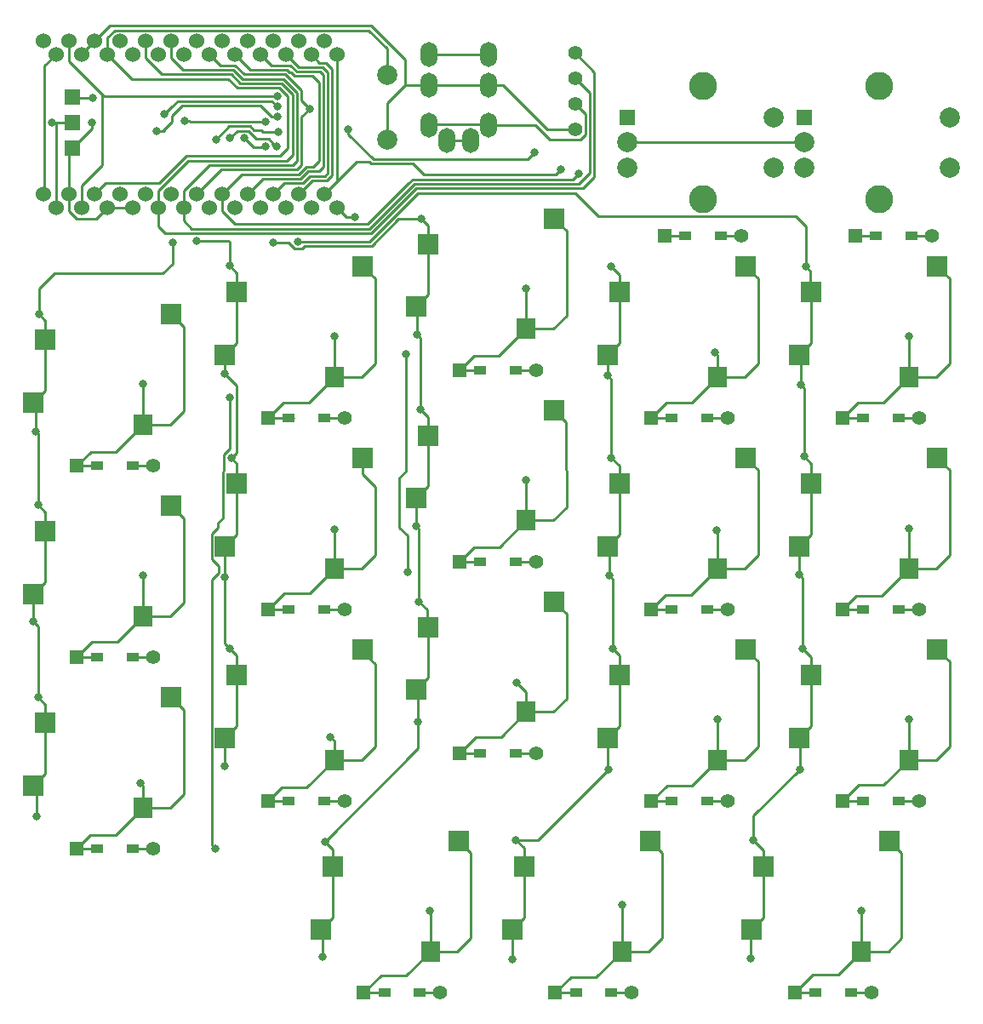
<source format=gbl>
G04 #@! TF.GenerationSoftware,KiCad,Pcbnew,(5.1.6-0-10_14)*
G04 #@! TF.CreationDate,2022-07-16T23:36:19+09:00*
G04 #@! TF.ProjectId,cool536,636f6f6c-3533-4362-9e6b-696361645f70,rev?*
G04 #@! TF.SameCoordinates,Original*
G04 #@! TF.FileFunction,Copper,L2,Bot*
G04 #@! TF.FilePolarity,Positive*
%FSLAX46Y46*%
G04 Gerber Fmt 4.6, Leading zero omitted, Abs format (unit mm)*
G04 Created by KiCad (PCBNEW (5.1.6-0-10_14)) date 2022-07-16 23:36:19*
%MOMM*%
%LPD*%
G01*
G04 APERTURE LIST*
G04 #@! TA.AperFunction,ComponentPad*
%ADD10R,1.500000X1.500000*%
G04 #@! TD*
G04 #@! TA.AperFunction,ComponentPad*
%ADD11C,2.000000*%
G04 #@! TD*
G04 #@! TA.AperFunction,ComponentPad*
%ADD12C,2.800000*%
G04 #@! TD*
G04 #@! TA.AperFunction,SMDPad,CuDef*
%ADD13R,1.300000X0.950000*%
G04 #@! TD*
G04 #@! TA.AperFunction,ComponentPad*
%ADD14C,1.397000*%
G04 #@! TD*
G04 #@! TA.AperFunction,ComponentPad*
%ADD15R,1.397000X1.397000*%
G04 #@! TD*
G04 #@! TA.AperFunction,SMDPad,CuDef*
%ADD16R,1.524000X1.524000*%
G04 #@! TD*
G04 #@! TA.AperFunction,ComponentPad*
%ADD17C,1.524000*%
G04 #@! TD*
G04 #@! TA.AperFunction,SMDPad,CuDef*
%ADD18R,2.000000X2.000000*%
G04 #@! TD*
G04 #@! TA.AperFunction,SMDPad,CuDef*
%ADD19R,1.900000X2.000000*%
G04 #@! TD*
G04 #@! TA.AperFunction,ComponentPad*
%ADD20O,1.700000X2.500000*%
G04 #@! TD*
G04 #@! TA.AperFunction,ViaPad*
%ADD21C,0.800000*%
G04 #@! TD*
G04 #@! TA.AperFunction,Conductor*
%ADD22C,0.250000*%
G04 #@! TD*
G04 APERTURE END LIST*
D10*
X68540000Y15140000D03*
D11*
X68540000Y12640000D03*
X68540000Y10140000D03*
D12*
X76040000Y18240000D03*
X76040000Y7040000D03*
D11*
X83040000Y15140000D03*
X83040000Y10140000D03*
D10*
X51010000Y15140000D03*
D11*
X51010000Y12640000D03*
X51010000Y10140000D03*
D12*
X58510000Y18240000D03*
X58510000Y7040000D03*
D11*
X65510000Y15140000D03*
X65510000Y10140000D03*
X27090000Y12890000D03*
X27090000Y19390000D03*
D13*
X58925000Y-33812500D03*
D14*
X60960000Y-33812500D03*
D15*
X53340000Y-33812500D03*
D13*
X55375000Y-33812500D03*
X77975000Y-33812500D03*
D14*
X80010000Y-33812500D03*
D15*
X72390000Y-33812500D03*
D13*
X74425000Y-33812500D03*
X49400000Y-71912500D03*
D14*
X51435000Y-71912500D03*
D15*
X43815000Y-71912500D03*
D13*
X45850000Y-71912500D03*
X73213000Y-71912500D03*
D14*
X75248000Y-71912500D03*
D15*
X67628000Y-71912500D03*
D13*
X69663000Y-71912500D03*
D14*
X62280000Y3350000D03*
D15*
X54660000Y3350000D03*
D13*
X56695000Y3350000D03*
X60245000Y3350000D03*
D14*
X81320000Y3370000D03*
D15*
X73700000Y3370000D03*
D13*
X75735000Y3370000D03*
X79285000Y3370000D03*
X1775000Y-57625000D03*
D14*
X3810000Y-57625000D03*
D15*
X-3810000Y-57625000D03*
D13*
X-1775000Y-57625000D03*
D16*
X-4250000Y12090000D03*
X-4250000Y14630000D03*
X-4250000Y17170000D03*
D13*
X39875000Y-10000000D03*
D14*
X41910000Y-10000000D03*
D15*
X34290000Y-10000000D03*
D13*
X36325000Y-10000000D03*
X58925000Y-14762499D03*
D14*
X60960000Y-14762499D03*
D15*
X53340000Y-14762499D03*
D13*
X55375000Y-14762499D03*
X1775000Y-38575000D03*
D14*
X3810000Y-38575000D03*
D15*
X-3810000Y-38575000D03*
D13*
X-1775000Y-38575000D03*
X77975000Y-14762499D03*
D14*
X80010000Y-14762499D03*
D15*
X72390000Y-14762499D03*
D13*
X74425000Y-14762499D03*
X39875000Y-29050000D03*
D14*
X41910000Y-29050000D03*
D15*
X34290000Y-29050000D03*
D13*
X36325000Y-29050000D03*
X20825000Y-33812500D03*
D14*
X22860000Y-33812500D03*
D15*
X15240000Y-33812500D03*
D13*
X17275000Y-33812500D03*
X20825000Y-52862500D03*
D14*
X22860000Y-52862500D03*
D15*
X15240000Y-52862500D03*
D13*
X17275000Y-52862500D03*
X39875000Y-48100000D03*
D14*
X41910000Y-48100000D03*
D15*
X34290000Y-48100000D03*
D13*
X36325000Y-48100000D03*
X58925000Y-52862500D03*
D14*
X60960000Y-52862500D03*
D15*
X53340000Y-52862500D03*
D13*
X55375000Y-52862500D03*
X77975000Y-52862500D03*
D14*
X80010000Y-52862500D03*
D15*
X72390000Y-52862500D03*
D13*
X74425000Y-52862500D03*
X30350000Y-71912500D03*
D14*
X32385000Y-71912500D03*
D15*
X24765000Y-71912500D03*
D13*
X26800000Y-71912500D03*
D14*
X45780000Y13950000D03*
X45780000Y16490000D03*
X45780000Y19030000D03*
X45780000Y21570000D03*
D17*
X-5858000Y21410000D03*
X-3318000Y21410000D03*
X-778000Y21410000D03*
X1762000Y21410000D03*
X4302000Y21410000D03*
X6842000Y21410000D03*
X9382000Y21410000D03*
X11922000Y21410000D03*
X14462000Y21410000D03*
X17002000Y21410000D03*
X19542000Y21410000D03*
X22082000Y21410000D03*
X22082000Y6170000D03*
X19542000Y6170000D03*
X17002000Y6170000D03*
X14462000Y6170000D03*
X11922000Y6170000D03*
X9382000Y6170000D03*
X6842000Y6170000D03*
X4302000Y6170000D03*
X1762000Y6170000D03*
X-778000Y6170000D03*
X-3318000Y6170000D03*
X-5858000Y6170000D03*
X-7128000Y22716400D03*
X-4588000Y22716400D03*
X-2048000Y22716400D03*
X492000Y22716400D03*
X3032000Y22716400D03*
X5572000Y22716400D03*
X8112000Y22716400D03*
X10652000Y22716400D03*
X13192000Y22716400D03*
X15732000Y22716400D03*
X18272000Y22716400D03*
X20812000Y22716400D03*
X20812000Y7496400D03*
X18272000Y7496400D03*
X15732000Y7496400D03*
X13192000Y7496400D03*
X10652000Y7496400D03*
X8112000Y7496400D03*
X5572000Y7496400D03*
X3032000Y7496400D03*
X492000Y7496400D03*
X-2048000Y7496400D03*
X-4588000Y7496400D03*
X-7128000Y7496400D03*
D13*
X1775000Y-19525000D03*
D14*
X3810000Y-19525000D03*
D15*
X-3810000Y-19525000D03*
D13*
X-1775000Y-19525000D03*
D18*
X77038000Y-56832500D03*
X64538000Y-59372500D03*
D19*
X74238000Y-67812500D03*
D18*
X63338000Y-65612500D03*
X10950000Y-8462499D03*
D19*
X21850000Y-10662499D03*
D18*
X12150000Y-2222499D03*
X24650000Y317501D03*
X30000000Y-3700000D03*
D19*
X40900000Y-5900000D03*
D18*
X31200000Y2540000D03*
X43700000Y5080000D03*
X49050000Y-8462499D03*
D19*
X59950000Y-10662499D03*
D18*
X50250000Y-2222499D03*
X62750000Y317501D03*
X-8100000Y-13225000D03*
D19*
X2800000Y-15425000D03*
D18*
X-6900000Y-6985000D03*
X5600000Y-4445000D03*
D20*
X32980000Y12860000D03*
X37180000Y14360000D03*
X37180000Y18360000D03*
X37180000Y21360000D03*
X31230000Y18360000D03*
X31230000Y21360000D03*
X35430000Y12860000D03*
X31230000Y14360000D03*
D18*
X39525000Y-65612500D03*
D19*
X50425000Y-67812500D03*
D18*
X40725000Y-59372500D03*
X53225000Y-56832500D03*
X20475000Y-65612500D03*
D19*
X31375000Y-67812500D03*
D18*
X21675000Y-59372500D03*
X34175000Y-56832500D03*
X81800000Y-37782500D03*
X69300000Y-40322500D03*
D19*
X79000000Y-48762500D03*
D18*
X68100000Y-46562500D03*
X81800000Y317501D03*
X69300000Y-2222499D03*
D19*
X79000000Y-10662499D03*
D18*
X68100000Y-8462499D03*
X10950000Y-46562500D03*
D19*
X21850000Y-48762500D03*
D18*
X12150000Y-40322500D03*
X24650000Y-37782500D03*
X43700000Y-33020000D03*
X31200000Y-35560000D03*
D19*
X40900000Y-44000000D03*
D18*
X30000000Y-41800000D03*
X62750000Y-37782500D03*
X50250000Y-40322500D03*
D19*
X59950000Y-48762500D03*
D18*
X49050000Y-46562500D03*
X81800000Y-18732500D03*
X69300000Y-21272500D03*
D19*
X79000000Y-29712500D03*
D18*
X68100000Y-27512500D03*
X5600000Y-42545000D03*
X-6900000Y-45085000D03*
D19*
X2800000Y-53525000D03*
D18*
X-8100000Y-51325000D03*
X62750000Y-18732500D03*
X50250000Y-21272500D03*
D19*
X59950000Y-29712500D03*
D18*
X49050000Y-27512500D03*
X43700000Y-13970000D03*
X31200000Y-16510000D03*
D19*
X40900000Y-24950000D03*
D18*
X30000000Y-22750000D03*
X-8100000Y-32275000D03*
D19*
X2800000Y-34475000D03*
D18*
X-6900000Y-26035000D03*
X5600000Y-23495000D03*
X24650000Y-18732500D03*
X12150000Y-21272500D03*
D19*
X21850000Y-29712500D03*
D18*
X10950000Y-27512500D03*
D13*
X20825000Y-14762499D03*
D14*
X22860000Y-14762499D03*
D15*
X15240000Y-14762499D03*
D13*
X17275000Y-14762499D03*
D21*
X2800001Y-11399999D03*
X21837498Y-6637498D03*
X40925001Y-1874999D03*
X59690000Y-8250000D03*
X79027498Y-6637498D03*
X2759999Y-30449999D03*
X21850000Y-25880000D03*
X40924999Y-20924999D03*
X59875000Y-25925000D03*
X79000000Y-25720000D03*
X2551999Y-51071999D03*
X21445749Y-46465749D03*
X39965000Y-41045000D03*
X59917499Y-44737499D03*
X78977499Y-44737499D03*
X31367499Y-63787499D03*
X50437501Y-63187501D03*
X74217499Y-63787499D03*
X23900000Y5235010D03*
X28950000Y-8430000D03*
X29093501Y-30073501D03*
X9975000Y-57625000D03*
X11420000Y-12690000D03*
X46117158Y9567158D03*
X-2210000Y17100000D03*
X16150102Y15234641D03*
X4150000Y13800000D03*
X-2290000Y14660000D03*
X16195552Y17233503D03*
X-6270000Y14630000D03*
X6940000Y14780000D03*
X41730000Y11675020D03*
X23220000Y13990000D03*
X14970000Y14750000D03*
X10040000Y12970000D03*
X16285858Y13715858D03*
X-7820000Y-54420000D03*
X-7550000Y-4440000D03*
X16147833Y16234640D03*
X-7650000Y-23380000D03*
X-8160000Y-34960000D03*
X5750000Y2710000D03*
X-7850000Y-16110000D03*
X-7610000Y-42560000D03*
X4920000Y15503010D03*
X11440000Y13075000D03*
X16080000Y12230000D03*
X12830000Y13075000D03*
X14970000Y12270000D03*
X10940000Y-10310000D03*
X8160000Y2884990D03*
X10960000Y-49410000D03*
X11570000Y-18770000D03*
X11400000Y390000D03*
X11430000Y-37660000D03*
X10960000Y-30590000D03*
X19360000Y15990000D03*
X30360000Y-13900000D03*
X30060000Y-6470000D03*
X20900000Y-56890000D03*
X30520000Y5030000D03*
X15730000Y2670000D03*
X30150000Y-44970000D03*
X30260000Y-33020000D03*
X30000000Y-25480000D03*
X20670000Y-68310000D03*
X68070000Y-30350000D03*
X18240000Y2810000D03*
X68550000Y-18590000D03*
X68200000Y-11440000D03*
X68410000Y-37680000D03*
X68712499Y317501D03*
X68120000Y-49680000D03*
X63280000Y-68510000D03*
X63520000Y-56710000D03*
X39500000Y-68590000D03*
X49040000Y-10560000D03*
X49350000Y350000D03*
X49090000Y-49750000D03*
X49402500Y-18732500D03*
X49160000Y-30430000D03*
X49550000Y-37700000D03*
X39920000Y-56740000D03*
X44355000Y9955000D03*
D22*
X2800000Y-15425000D02*
X2800001Y-14174999D01*
X2800001Y-14174999D02*
X2800001Y-11399999D01*
X-3810000Y-19525000D02*
X-1775000Y-19525000D01*
X115000Y-18110000D02*
X-2395000Y-18110000D01*
X-2395000Y-18110000D02*
X-3810000Y-19525000D01*
X2800000Y-15425000D02*
X115000Y-18110000D01*
X6825001Y-14101001D02*
X6825001Y-5670001D01*
X2800000Y-15425000D02*
X5501002Y-15425000D01*
X6825001Y-5670001D02*
X5600000Y-4445000D01*
X5501002Y-15425000D02*
X6825001Y-14101001D01*
X21850000Y-6650000D02*
X21837498Y-6637498D01*
X21850000Y-10662499D02*
X21850000Y-6650000D01*
X25875001Y-9338500D02*
X24551002Y-10662499D01*
X24551002Y-10662499D02*
X21850000Y-10662499D01*
X25875001Y-907500D02*
X25875001Y-9338500D01*
X24650000Y317501D02*
X25875001Y-907500D01*
X15240000Y-14762499D02*
X17787501Y-14762499D01*
X16802499Y-13200000D02*
X15240000Y-14762499D01*
X19312499Y-13200000D02*
X16802499Y-13200000D01*
X21850000Y-10662499D02*
X19312499Y-13200000D01*
X34290000Y-10000000D02*
X36325000Y-10000000D01*
X40900000Y-5900000D02*
X38210000Y-8590000D01*
X35700000Y-8590000D02*
X34290000Y-10000000D01*
X38210000Y-8590000D02*
X35700000Y-8590000D01*
X40900000Y-5900000D02*
X40900000Y-1900000D01*
X40900000Y-1900000D02*
X40925001Y-1874999D01*
X43601002Y-5900000D02*
X40900000Y-5900000D01*
X43700000Y5080000D02*
X44925001Y3854999D01*
X44925001Y-4576001D02*
X43601002Y-5900000D01*
X44925001Y3854999D02*
X44925001Y-4576001D01*
X59950000Y-10662499D02*
X59950000Y-8510000D01*
X59950000Y-8510000D02*
X59690000Y-8250000D01*
X62651002Y-10662499D02*
X59950000Y-10662499D01*
X63975001Y-9338500D02*
X62651002Y-10662499D01*
X62750000Y317501D02*
X63975001Y-907500D01*
X63975001Y-907500D02*
X63975001Y-9338500D01*
X59950000Y-10662499D02*
X57392499Y-13220000D01*
X57392499Y-13220000D02*
X54882499Y-13220000D01*
X53340000Y-14762499D02*
X55375000Y-14762499D01*
X54882499Y-13220000D02*
X53340000Y-14762499D01*
X76422499Y-13240000D02*
X73912499Y-13240000D01*
X79000000Y-10662499D02*
X76422499Y-13240000D01*
X73912499Y-13240000D02*
X72390000Y-14762499D01*
X83025001Y-9338500D02*
X81701002Y-10662499D01*
X72390000Y-14762499D02*
X74425000Y-14762499D01*
X83025001Y-907500D02*
X83025001Y-9338500D01*
X81701002Y-10662499D02*
X79000000Y-10662499D01*
X81800000Y317501D02*
X83025001Y-907500D01*
X79000000Y-10662499D02*
X79000000Y-6664996D01*
X79000000Y-6664996D02*
X79027498Y-6637498D01*
X2800000Y-34475000D02*
X225000Y-37050000D01*
X225000Y-37050000D02*
X-2285000Y-37050000D01*
X-2285000Y-37050000D02*
X-3810000Y-38575000D01*
X-3810000Y-38575000D02*
X-1775000Y-38575000D01*
X2800000Y-30490000D02*
X2759999Y-30449999D01*
X2800000Y-34475000D02*
X2800000Y-30490000D01*
X5600000Y-23495000D02*
X6825001Y-24720001D01*
X6825001Y-24720001D02*
X6825001Y-33151001D01*
X6825001Y-33151001D02*
X5501002Y-34475000D01*
X5501002Y-34475000D02*
X2800000Y-34475000D01*
X21850000Y-29712500D02*
X19352500Y-32210000D01*
X25875001Y-28388501D02*
X24551002Y-29712500D01*
X25875001Y-21586499D02*
X25875001Y-28388501D01*
X24650000Y-20361498D02*
X25875001Y-21586499D01*
X24551002Y-29712500D02*
X21850000Y-29712500D01*
X24650000Y-18732500D02*
X24650000Y-20361498D01*
X16842500Y-32210000D02*
X15240000Y-33812500D01*
X19352500Y-32210000D02*
X16842500Y-32210000D01*
X21850000Y-29712500D02*
X21850000Y-25880000D01*
X15240000Y-33812500D02*
X17275000Y-33812500D01*
X40900000Y-20949998D02*
X40924999Y-20924999D01*
X40900000Y-24950000D02*
X40900000Y-20949998D01*
X40900000Y-24950000D02*
X38230000Y-27620000D01*
X43601002Y-24950000D02*
X40900000Y-24950000D01*
X44925001Y-23626001D02*
X43601002Y-24950000D01*
X44875001Y-19934999D02*
X44925001Y-19984999D01*
X44925001Y-19984999D02*
X44925001Y-23626001D01*
X44875001Y-15145001D02*
X44875001Y-19934999D01*
X43700000Y-13970000D02*
X44875001Y-15145001D01*
X38230000Y-27620000D02*
X35720000Y-27620000D01*
X35720000Y-27620000D02*
X34290000Y-29050000D01*
X34290000Y-29050000D02*
X36325000Y-29050000D01*
X53340000Y-33812500D02*
X55375000Y-33812500D01*
X62651002Y-29712500D02*
X59950000Y-29712500D01*
X63975001Y-19957501D02*
X63975001Y-28388501D01*
X62750000Y-18732500D02*
X63975001Y-19957501D01*
X63975001Y-28388501D02*
X62651002Y-29712500D01*
X54782500Y-32370000D02*
X53340000Y-33812500D01*
X57292500Y-32370000D02*
X54782500Y-32370000D01*
X59950000Y-26000000D02*
X59875000Y-25925000D01*
X59950000Y-29712500D02*
X59950000Y-26000000D01*
X59950000Y-29712500D02*
X57292500Y-32370000D01*
X79000000Y-29712500D02*
X79000000Y-25720000D01*
X81701002Y-29712500D02*
X79000000Y-29712500D01*
X81800000Y-18732500D02*
X83025001Y-19957501D01*
X83025001Y-19957501D02*
X83025001Y-28388501D01*
X83025001Y-28388501D02*
X81701002Y-29712500D01*
X73782500Y-32420000D02*
X72390000Y-33812500D01*
X76292500Y-32420000D02*
X73782500Y-32420000D01*
X72390000Y-33812500D02*
X74425000Y-33812500D01*
X79000000Y-29712500D02*
X76292500Y-32420000D01*
X2800000Y-53525000D02*
X45000Y-56280000D01*
X-3810000Y-57625000D02*
X-1775000Y-57625000D01*
X2800000Y-53525000D02*
X2800000Y-51320000D01*
X2800000Y-51320000D02*
X2551999Y-51071999D01*
X-2465000Y-56280000D02*
X-3810000Y-57625000D01*
X45000Y-56280000D02*
X-2465000Y-56280000D01*
X5600000Y-42545000D02*
X6825001Y-43770001D01*
X6825001Y-43770001D02*
X6825001Y-52201001D01*
X5501002Y-53525000D02*
X2800000Y-53525000D01*
X6825001Y-52201001D02*
X5501002Y-53525000D01*
X21850000Y-46870000D02*
X21445749Y-46465749D01*
X21850000Y-48762500D02*
X21850000Y-46870000D01*
X15240000Y-52862500D02*
X17275000Y-52862500D01*
X24650000Y-37782500D02*
X24650000Y-38020000D01*
X25875001Y-47438501D02*
X24551002Y-48762500D01*
X25875001Y-39245001D02*
X25875001Y-47438501D01*
X24650000Y-38020000D02*
X25875001Y-39245001D01*
X24551002Y-48762500D02*
X21850000Y-48762500D01*
X21850000Y-48762500D02*
X19092500Y-51520000D01*
X19092500Y-51520000D02*
X16582500Y-51520000D01*
X16582500Y-51520000D02*
X15240000Y-52862500D01*
X40900000Y-44000000D02*
X38410000Y-46490000D01*
X35900000Y-46490000D02*
X34290000Y-48100000D01*
X44925001Y-34245001D02*
X44925001Y-42676001D01*
X43700000Y-33020000D02*
X44925001Y-34245001D01*
X43601002Y-44000000D02*
X40900000Y-44000000D01*
X44925001Y-42676001D02*
X43601002Y-44000000D01*
X38410000Y-46490000D02*
X35900000Y-46490000D01*
X34290000Y-48100000D02*
X36325000Y-48100000D01*
X40900000Y-44000000D02*
X40900000Y-41980000D01*
X40900000Y-41980000D02*
X39965000Y-41045000D01*
X57422500Y-51290000D02*
X54912500Y-51290000D01*
X54912500Y-51290000D02*
X53340000Y-52862500D01*
X63975001Y-39007501D02*
X63975001Y-47438501D01*
X63975001Y-47438501D02*
X62651002Y-48762500D01*
X62750000Y-37782500D02*
X63975001Y-39007501D01*
X62651002Y-48762500D02*
X59950000Y-48762500D01*
X59950000Y-48762500D02*
X57422500Y-51290000D01*
X53340000Y-52862500D02*
X55375000Y-52862500D01*
X59950000Y-44770000D02*
X59917499Y-44737499D01*
X59950000Y-48762500D02*
X59950000Y-44770000D01*
X81701002Y-48762500D02*
X79000000Y-48762500D01*
X81800000Y-37782500D02*
X83025001Y-39007501D01*
X76492500Y-51270000D02*
X73982500Y-51270000D01*
X83025001Y-47438501D02*
X81701002Y-48762500D01*
X83025001Y-39007501D02*
X83025001Y-47438501D01*
X73982500Y-51270000D02*
X72390000Y-52862500D01*
X72390000Y-52862500D02*
X74425000Y-52862500D01*
X79000000Y-48762500D02*
X76492500Y-51270000D01*
X79000000Y-44760000D02*
X78977499Y-44737499D01*
X79000000Y-48762500D02*
X79000000Y-44760000D01*
X24765000Y-71912500D02*
X26800000Y-71912500D01*
X35400001Y-58057501D02*
X35400001Y-66488501D01*
X35400001Y-66488501D02*
X34076002Y-67812500D01*
X34076002Y-67812500D02*
X31375000Y-67812500D01*
X34175000Y-56832500D02*
X35400001Y-58057501D01*
X28997500Y-70190000D02*
X26487500Y-70190000D01*
X31375000Y-67812500D02*
X28997500Y-70190000D01*
X26487500Y-70190000D02*
X24765000Y-71912500D01*
X31375000Y-63795000D02*
X31367499Y-63787499D01*
X31375000Y-67812500D02*
X31375000Y-63795000D01*
X53225000Y-56832500D02*
X54450001Y-58057501D01*
X54450001Y-66488501D02*
X53126002Y-67812500D01*
X54450001Y-58057501D02*
X54450001Y-66488501D01*
X53126002Y-67812500D02*
X50425000Y-67812500D01*
X47867500Y-70370000D02*
X45357500Y-70370000D01*
X50425000Y-67812500D02*
X47867500Y-70370000D01*
X45357500Y-70370000D02*
X43815000Y-71912500D01*
X50425000Y-67812500D02*
X50425000Y-63200002D01*
X50425000Y-63200002D02*
X50437501Y-63187501D01*
X43815000Y-71912500D02*
X45850000Y-71912500D01*
X74238000Y-67812500D02*
X71960500Y-70090000D01*
X67628000Y-71912500D02*
X69663000Y-71912500D01*
X69450500Y-70090000D02*
X67628000Y-71912500D01*
X71960500Y-70090000D02*
X69450500Y-70090000D01*
X74238000Y-67812500D02*
X74238000Y-63808000D01*
X74238000Y-63808000D02*
X74217499Y-63787499D01*
X76939002Y-67812500D02*
X74238000Y-67812500D01*
X77038000Y-56832500D02*
X78263001Y-58057501D01*
X78263001Y-66488501D02*
X76939002Y-67812500D01*
X78263001Y-58057501D02*
X78263001Y-66488501D01*
X56695000Y3350000D02*
X54660000Y3350000D01*
X75735000Y3370000D02*
X73700000Y3370000D01*
X25266599Y23803401D02*
X27090000Y21980000D01*
X27090000Y21980000D02*
X27090000Y19390000D01*
X-778000Y21410000D02*
X-778000Y23055162D01*
X-778000Y23055162D02*
X-29761Y23803401D01*
X-29761Y23803401D02*
X25266599Y23803401D01*
X16443461Y11283461D02*
X17211920Y12051920D01*
X1659030Y18972970D02*
X-778000Y21410000D01*
X16381409Y18072951D02*
X12197049Y18072951D01*
X12197049Y18072951D02*
X11297031Y18972969D01*
X7113889Y11283461D02*
X16443461Y11283461D01*
X17211920Y12051920D02*
X17211920Y17242440D01*
X-960999Y8583401D02*
X4413829Y8583401D01*
X-2048000Y7496400D02*
X-960999Y8583401D01*
X4413829Y8583401D02*
X7113889Y11283461D01*
X17211920Y17242440D02*
X16381409Y18072951D01*
X11297031Y18972969D02*
X1659030Y18972970D01*
X22992000Y5260000D02*
X23875010Y5260000D01*
X23875010Y5260000D02*
X23900000Y5235010D01*
X39875000Y-10000000D02*
X41910000Y-10000000D01*
X58925000Y-14762499D02*
X60960000Y-14762499D01*
X77975000Y-14762499D02*
X80010000Y-14762499D01*
X20825000Y-14762499D02*
X22860000Y-14762499D01*
X22082000Y6170000D02*
X22992000Y5260000D01*
X1775000Y-19525000D02*
X3810000Y-19525000D01*
X1775000Y-38575000D02*
X3810000Y-38575000D01*
X28310000Y-20720000D02*
X28310000Y-25680000D01*
X28950000Y-20080000D02*
X28310000Y-20720000D01*
X20825000Y-33812500D02*
X22860000Y-33812500D01*
X77975000Y-33812500D02*
X80010000Y-33812500D01*
X29093501Y-26463501D02*
X29093501Y-30073501D01*
X28310000Y-25680000D02*
X29093501Y-26463501D01*
X28950000Y-8430000D02*
X28950000Y-20080000D01*
X39875000Y-29050000D02*
X41910000Y-29050000D01*
X58925000Y-33812500D02*
X60960000Y-33812500D01*
X11420000Y-12690000D02*
X11420000Y-17840000D01*
X10740000Y-20097498D02*
X10790000Y-20147498D01*
X20825000Y-52862500D02*
X22860000Y-52862500D01*
X77975000Y-52862500D02*
X80010000Y-52862500D01*
X9624999Y-30851999D02*
X9624999Y-57274999D01*
X9624999Y-57274999D02*
X9975000Y-57625000D01*
X11420000Y-17840000D02*
X10844999Y-18415001D01*
X9624999Y-26252499D02*
X9624999Y-28772501D01*
X9624999Y-28772501D02*
X10310000Y-29457502D01*
X10310000Y-29457502D02*
X10310000Y-30166998D01*
X10844999Y-19992499D02*
X10740000Y-20097498D01*
X10310000Y-30166998D02*
X9624999Y-30851999D01*
X10844999Y-18415001D02*
X10844999Y-19992499D01*
X1775000Y-57625000D02*
X3810000Y-57625000D01*
X39875000Y-48100000D02*
X41910000Y-48100000D01*
X10790000Y-20147498D02*
X10790000Y-24650000D01*
X10223749Y-25653749D02*
X10223749Y-25216251D01*
X10223749Y-25653749D02*
X9624999Y-26252499D01*
X10223749Y-25216251D02*
X10790000Y-24650000D01*
X58925000Y-52862500D02*
X60960000Y-52862500D01*
X20280010Y9760010D02*
X20731970Y10211970D01*
X15549001Y20322999D02*
X14462000Y21410000D01*
X13192000Y7496400D02*
X14729011Y9033411D01*
X17452591Y20322999D02*
X15549001Y20322999D01*
X14729011Y9033411D02*
X18497001Y9033411D01*
X18085598Y19689992D02*
X17452591Y20322999D01*
X20440009Y19689991D02*
X18085598Y19689992D01*
X19223600Y9760010D02*
X20280010Y9760010D01*
X20731970Y19398030D02*
X20440009Y19689991D01*
X18497001Y9033411D02*
X19223600Y9760010D01*
X20731970Y10211970D02*
X20731970Y19398030D01*
X11973228Y4510010D02*
X24929990Y4510010D01*
X10652000Y5831238D02*
X11973228Y4510010D01*
X10652000Y7496400D02*
X10652000Y5831238D01*
X62280000Y3350000D02*
X60245000Y3350000D01*
X81320000Y3370000D02*
X79285000Y3370000D01*
X73213000Y-71912500D02*
X75248000Y-71912500D01*
X30350000Y-71912500D02*
X32385000Y-71912500D01*
X10652000Y7496400D02*
X12639021Y9483421D01*
X12639021Y9483421D02*
X18310601Y9483421D01*
X17380000Y19620000D02*
X17127011Y19872989D01*
X19710020Y10210020D02*
X20281960Y10781960D01*
X17519180Y19620000D02*
X17380000Y19620000D01*
X20281960Y10781960D02*
X20281960Y18588040D01*
X19630018Y19239982D02*
X17899197Y19239983D01*
X17899197Y19239983D02*
X17519180Y19620000D01*
X18310601Y9483421D02*
X19037200Y10210020D01*
X20281960Y18588040D02*
X19630018Y19239982D01*
X17127011Y19872989D02*
X13459011Y19872989D01*
X13459011Y19872989D02*
X11922000Y21410000D01*
X19037200Y10210020D02*
X19710020Y10210020D01*
X24929990Y4510010D02*
X25143600Y4510010D01*
X45528620Y8978620D02*
X46117158Y9567158D01*
X29612210Y8978620D02*
X45528620Y8978620D01*
X49400000Y-71912500D02*
X51435000Y-71912500D01*
X25143600Y4510010D02*
X29246795Y8613205D01*
X29246795Y8613205D02*
X29612210Y8978620D01*
X32980000Y12860000D02*
X35430000Y12860000D01*
X43223501Y12926499D02*
X41790000Y14360000D01*
X41790000Y14360000D02*
X37180000Y14360000D01*
X-4180000Y17100000D02*
X-4250000Y17170000D01*
X-2210000Y17100000D02*
X-4180000Y17100000D01*
X46803501Y13458719D02*
X46271281Y12926499D01*
X46271281Y12926499D02*
X43223501Y12926499D01*
X45780000Y16490000D02*
X46803501Y15466499D01*
X46803501Y15466499D02*
X46803501Y13458719D01*
X31305010Y14435010D02*
X31230000Y14360000D01*
X37180000Y14360000D02*
X37104990Y14435010D01*
X37104990Y14435010D02*
X31305010Y14435010D01*
X5645001Y15275001D02*
X5645001Y14729316D01*
X6703483Y16333483D02*
X5645001Y15275001D01*
X5645001Y14729316D02*
X4715685Y13800000D01*
X4715685Y13800000D02*
X4150000Y13800000D01*
X4150000Y13800000D02*
X4900000Y13800000D01*
X15584417Y15234641D02*
X14485575Y16333483D01*
X16150102Y15234641D02*
X15584417Y15234641D01*
X14485575Y16333483D02*
X6703483Y16333483D01*
X-4588000Y11752000D02*
X-4250000Y12090000D01*
X31230000Y18360000D02*
X37180000Y18360000D01*
X-2290000Y14050000D02*
X-2290000Y14660000D01*
X-4250000Y12090000D02*
X-2290000Y14050000D01*
X-4588000Y5831238D02*
X-3839761Y5082999D01*
X-4588000Y7496400D02*
X-4588000Y5831238D01*
X-1865001Y5082999D02*
X-778000Y6170000D01*
X-3839761Y5082999D02*
X-1865001Y5082999D01*
X38570000Y18360000D02*
X42980000Y13950000D01*
X37180000Y18360000D02*
X38570000Y18360000D01*
X68540000Y12640000D02*
X51010000Y12640000D01*
X42980000Y13950000D02*
X45780000Y13950000D01*
X-4588000Y8858000D02*
X-4588000Y11752000D01*
X-4588000Y7496400D02*
X-4588000Y8858000D01*
X28840000Y20866410D02*
X28840000Y18360000D01*
X-510990Y24253410D02*
X25453000Y24253410D01*
X25453000Y24253410D02*
X28840000Y20866410D01*
X-2048000Y22716400D02*
X-510990Y24253410D01*
X-3318000Y21410000D02*
X-3318000Y21446400D01*
X-3318000Y21446400D02*
X-2048000Y22716400D01*
X27090000Y12890000D02*
X27090000Y16610000D01*
X-778000Y6170000D02*
X1762000Y6170000D01*
X27090000Y16610000D02*
X28840000Y18360000D01*
X28840000Y18360000D02*
X31230000Y18360000D01*
X31230000Y21360000D02*
X37180000Y21360000D01*
X-1228010Y17378010D02*
X-1370000Y17520000D01*
X-1370000Y17520000D02*
X-4588000Y20738000D01*
X16195552Y17233503D02*
X-1083503Y17233503D01*
X-1083503Y17233503D02*
X-1370000Y17520000D01*
X-3318000Y8332000D02*
X-1228010Y10421990D01*
X-3318000Y6170000D02*
X-3318000Y8332000D01*
X-4588000Y20738000D02*
X-4588000Y22716400D01*
X-1228010Y16228010D02*
X-1228010Y17378010D01*
X-1228010Y10421990D02*
X-1228010Y16228010D01*
X-5730000Y14630000D02*
X-4250000Y14630000D01*
X-5858000Y14502000D02*
X-5730000Y14630000D01*
X-6270000Y14630000D02*
X-5730000Y14630000D01*
X-5858000Y6170000D02*
X-5858000Y12888000D01*
X-5858000Y12888000D02*
X-5858000Y13022000D01*
X-5858000Y12888000D02*
X-5858000Y14502000D01*
X47253511Y17556489D02*
X45780000Y19030000D01*
X25330000Y4060000D02*
X29798610Y8528610D01*
X6842000Y6170000D02*
X6842000Y4868000D01*
X47253511Y9623511D02*
X47253511Y17556489D01*
X29798610Y8528610D02*
X46158610Y8528610D01*
X7650000Y4060000D02*
X25330000Y4060000D01*
X6842000Y4868000D02*
X7650000Y4060000D01*
X46158610Y8528610D02*
X47253511Y9623511D01*
X6371619Y20271619D02*
X5754999Y20888239D01*
X6842000Y7835162D02*
X6842000Y6170000D01*
X6371619Y20271619D02*
X6770249Y19872989D01*
X12660620Y18972970D02*
X16754211Y18972969D01*
X16754211Y18972969D02*
X18111940Y17615240D01*
X9390279Y10383441D02*
X6842000Y7835162D01*
X5572000Y22716400D02*
X5572000Y21071238D01*
X6770249Y19872989D02*
X11760601Y19872989D01*
X18111940Y17615240D02*
X18111940Y10811940D01*
X11760601Y19872989D02*
X12660620Y18972970D01*
X17683441Y10383441D02*
X9390279Y10383441D01*
X18111940Y10811940D02*
X17683441Y10383441D01*
X5572000Y21071238D02*
X6371619Y20271619D01*
X11574201Y19422979D02*
X4680259Y19422979D01*
X12474219Y18522961D02*
X11574201Y19422979D01*
X4302000Y7835162D02*
X7300289Y10833451D01*
X17103451Y10833451D02*
X17661930Y11391930D01*
X3032000Y21071238D02*
X3032000Y22716400D01*
X4680259Y19422979D02*
X3032000Y21071238D01*
X25516400Y3609990D02*
X29985010Y8078600D01*
X4302000Y4308000D02*
X5000010Y3609990D01*
X5000010Y3609990D02*
X25516400Y3609990D01*
X4302000Y6170000D02*
X4302000Y4308000D01*
X46588600Y8078600D02*
X47703520Y9193520D01*
X47703520Y9193520D02*
X47703521Y19646479D01*
X29985010Y8078600D02*
X46588600Y8078600D01*
X47703521Y19646479D02*
X45780000Y21570000D01*
X7300289Y10833451D02*
X17103451Y10833451D01*
X16567810Y18522960D02*
X12474219Y18522961D01*
X4302000Y6170000D02*
X4302000Y7835162D01*
X17661930Y17428840D02*
X16567810Y18522960D01*
X17661930Y11391930D02*
X17661930Y17428840D01*
X6940000Y14780000D02*
X7440000Y14780000D01*
X7440000Y14780000D02*
X7470000Y14750000D01*
X41730000Y11675020D02*
X41054980Y11000000D01*
X14970000Y14750000D02*
X7470000Y14750000D01*
X25700000Y11000000D02*
X23220000Y13480000D01*
X23220000Y13480000D02*
X23220000Y13990000D01*
X41054980Y11000000D02*
X25700000Y11000000D01*
X14581716Y13890000D02*
X13836412Y13890000D01*
X14755858Y13715858D02*
X14581716Y13890000D01*
X13836412Y13890000D02*
X13476402Y14250010D01*
X16285858Y13715858D02*
X14755858Y13715858D01*
X13476402Y14250010D02*
X11320010Y14250010D01*
X11320010Y14250010D02*
X10040000Y12970000D01*
X-7850000Y-13475000D02*
X-8100000Y-13225000D01*
X-6040000Y-390000D02*
X4780000Y-390000D01*
X-7550000Y-4440000D02*
X-7550000Y-1900000D01*
X-7850000Y-16110000D02*
X-7850000Y-13475000D01*
X-6900000Y-43270000D02*
X-6900000Y-45085000D01*
X-7550000Y-4440000D02*
X-6900000Y-5090000D01*
X-7610000Y-42560000D02*
X-6900000Y-43270000D01*
X-6900000Y-5090000D02*
X-6900000Y-6985000D01*
X-6900000Y-45085000D02*
X-6900000Y-50125000D01*
X-6900000Y-50125000D02*
X-8100000Y-51325000D01*
X-6900000Y-12025000D02*
X-8100000Y-13225000D01*
X-6900000Y-6985000D02*
X-6900000Y-12025000D01*
X-6900000Y-31075000D02*
X-8100000Y-32275000D01*
X-6900000Y-26035000D02*
X-6900000Y-31075000D01*
X-6900000Y-26035000D02*
X-6900000Y-24130000D01*
X-6900000Y-24130000D02*
X-7650000Y-23380000D01*
X-8100000Y-34900000D02*
X-8160000Y-34960000D01*
X-8100000Y-32275000D02*
X-8100000Y-34900000D01*
X-7820000Y-54420000D02*
X-7820000Y-51605000D01*
X-7820000Y-51605000D02*
X-8100000Y-51325000D01*
X4780000Y-390000D02*
X5750000Y580000D01*
X5750000Y580000D02*
X5750000Y2710000D01*
X-7650000Y-23380000D02*
X-7650000Y-16310000D01*
X-7650000Y-16310000D02*
X-7850000Y-16110000D01*
X15598980Y16783493D02*
X6266507Y16783493D01*
X5643495Y16226505D02*
X5709519Y16226505D01*
X5709519Y16226505D02*
X6266507Y16783493D01*
X5643495Y16226505D02*
X4920000Y15503010D01*
X-7610000Y-35510000D02*
X-8160000Y-34960000D01*
X-7610000Y-42560000D02*
X-7610000Y-35510000D01*
X16147833Y16234640D02*
X15598980Y16783493D01*
X-7550000Y-1900000D02*
X-6040000Y-390000D01*
X13290001Y13800001D02*
X12165001Y13800001D01*
X14095001Y12995001D02*
X13290001Y13800001D01*
X12165001Y13800001D02*
X11440000Y13075000D01*
X15695001Y12444999D02*
X15695001Y12618001D01*
X15318001Y12995001D02*
X14095001Y12995001D01*
X16080000Y12230000D02*
X15910000Y12230000D01*
X15910000Y12230000D02*
X15695001Y12444999D01*
X15695001Y12618001D02*
X15318001Y12995001D01*
X13765000Y12140000D02*
X14840000Y12140000D01*
X12830000Y13075000D02*
X13765000Y12140000D01*
X14840000Y12140000D02*
X14970000Y12270000D01*
X12150000Y-26312500D02*
X10950000Y-27512500D01*
X10950000Y-10300000D02*
X10940000Y-10310000D01*
X12150000Y-21272500D02*
X12150000Y-26312500D01*
X10950000Y-8462499D02*
X10950000Y-10300000D01*
X11400000Y2760000D02*
X11275010Y2884990D01*
X11275010Y2884990D02*
X8160000Y2884990D01*
X10950000Y-46562500D02*
X10950000Y-49400000D01*
X10950000Y-49400000D02*
X10960000Y-49410000D01*
X10960000Y-27522500D02*
X10950000Y-27512500D01*
X10960000Y-30590000D02*
X10960000Y-27522500D01*
X12150000Y-2222499D02*
X12150000Y-7262499D01*
X12150000Y-7262499D02*
X10950000Y-8462499D01*
X11400000Y390000D02*
X11400000Y2760000D01*
X12150000Y-19350000D02*
X12150000Y-21272500D01*
X11570000Y-18770000D02*
X12150000Y-19350000D01*
X19360000Y15990000D02*
X18561950Y15191950D01*
X18561950Y15191950D02*
X18561950Y15058050D01*
X18561950Y16788050D02*
X18561950Y17031950D01*
X18561950Y10371180D02*
X18561950Y15058050D01*
X18561950Y17031950D02*
X18561950Y17801640D01*
X19360000Y15990000D02*
X18561950Y16788050D01*
X12150000Y-2222499D02*
X12150000Y-360000D01*
X12150000Y-360000D02*
X11400000Y390000D01*
X12150000Y-38380000D02*
X11430000Y-37660000D01*
X12150000Y-40322500D02*
X12150000Y-38380000D01*
X12150000Y-40322500D02*
X12150000Y-45362500D01*
X12150000Y-45362500D02*
X10950000Y-46562500D01*
X18561950Y17801640D02*
X16940611Y19422979D01*
X11947001Y20322999D02*
X10469001Y20322999D01*
X8112000Y7496400D02*
X10549031Y9933431D01*
X16940611Y19422979D02*
X12847021Y19422979D01*
X10469001Y20322999D02*
X9382000Y21410000D01*
X12847021Y19422979D02*
X11947001Y20322999D01*
X10549031Y9933431D02*
X18124201Y9933431D01*
X18124201Y9933431D02*
X18561950Y10371180D01*
X10940000Y-10310000D02*
X12145001Y-11515001D01*
X12145001Y-11515001D02*
X12145001Y-18194999D01*
X12145001Y-18194999D02*
X11570000Y-18770000D01*
X10960000Y-30590000D02*
X10960000Y-37190000D01*
X10960000Y-37190000D02*
X11430000Y-37660000D01*
X-5858000Y21410000D02*
X-6995001Y20272999D01*
X-6995001Y7629399D02*
X-7128000Y7496400D01*
X-6995001Y20272999D02*
X-6995001Y7629399D01*
X30060000Y-3760000D02*
X30000000Y-3700000D01*
X30060000Y-6470000D02*
X30060000Y-3760000D01*
X31200000Y-21550000D02*
X30000000Y-22750000D01*
X31200000Y-16510000D02*
X31200000Y-21550000D01*
X21675000Y-59372500D02*
X21675000Y-64412500D01*
X21675000Y-57665000D02*
X20900000Y-56890000D01*
X21675000Y-64412500D02*
X20475000Y-65612500D01*
X17891999Y2084999D02*
X17310000Y2666998D01*
X18862992Y2359990D02*
X18588001Y2084999D01*
X20670000Y-68310000D02*
X20670000Y-65807500D01*
X20670000Y-65807500D02*
X20475000Y-65612500D01*
X31200000Y2540000D02*
X31200000Y-2500000D01*
X30420000Y-13900000D02*
X30360000Y-13900000D01*
X25539220Y2359990D02*
X18862992Y2359990D01*
X31200000Y-2500000D02*
X30000000Y-3700000D01*
X18588001Y2084999D02*
X17891999Y2084999D01*
X17310000Y2666998D02*
X15733002Y2666998D01*
X15733002Y2666998D02*
X15730000Y2670000D01*
X28209230Y5030000D02*
X25539220Y2359990D01*
X30520000Y5030000D02*
X28209230Y5030000D01*
X31200000Y4350000D02*
X31200000Y2540000D01*
X30520000Y5030000D02*
X31200000Y4350000D01*
X31200000Y-40600000D02*
X30000000Y-41800000D01*
X31200000Y-35560000D02*
X31200000Y-40600000D01*
X30260000Y-33020000D02*
X31060000Y-33820000D01*
X31200000Y-14680000D02*
X30420000Y-13900000D01*
X31060000Y-35420000D02*
X31200000Y-35560000D01*
X31200000Y-16510000D02*
X31200000Y-14680000D01*
X30150000Y-41950000D02*
X30000000Y-41800000D01*
X30150000Y-44970000D02*
X30150000Y-41950000D01*
X30000000Y-22750000D02*
X30000000Y-25480000D01*
X30360000Y-13900000D02*
X30360000Y-6770000D01*
X30360000Y-6770000D02*
X30060000Y-6470000D01*
X30260000Y-25740000D02*
X30000000Y-25480000D01*
X30260000Y-33020000D02*
X30260000Y-25740000D01*
X30150000Y-47640000D02*
X30150000Y-44970000D01*
X20900000Y-56890000D02*
X30150000Y-47640000D01*
X31060000Y-33820000D02*
X31060000Y-35420000D01*
X21675000Y-59372500D02*
X21675000Y-57665000D01*
X19410000Y9310000D02*
X18683401Y8583401D01*
X16819001Y8583401D02*
X15732000Y7496400D01*
X21181980Y19598020D02*
X21181980Y9598390D01*
X18683401Y8583401D02*
X16819001Y8583401D01*
X20893590Y9310000D02*
X19410000Y9310000D01*
X18271999Y20140001D02*
X20639999Y20140001D01*
X17002000Y21410000D02*
X18271999Y20140001D01*
X20639999Y20140001D02*
X21181980Y19598020D01*
X21181980Y9598390D02*
X20893590Y9310000D01*
X68712499Y317501D02*
X69190000Y-160000D01*
X69300000Y-21272500D02*
X69300000Y-25710000D01*
X68100000Y-30320000D02*
X68070000Y-30350000D01*
X68100000Y-27512500D02*
X68100000Y-30320000D01*
X68590000Y-18590000D02*
X68550000Y-18590000D01*
X69300000Y-19300000D02*
X68590000Y-18590000D01*
X19605600Y8830000D02*
X21050000Y8830000D01*
X21019990Y20590010D02*
X20361990Y20590010D01*
X21631990Y19978010D02*
X21019990Y20590010D01*
X68200000Y-11440000D02*
X68200000Y-8562499D01*
X20361990Y20590010D02*
X19542000Y21410000D01*
X18272000Y7496400D02*
X19605600Y8830000D01*
X21631990Y9411990D02*
X21631990Y19978010D01*
X68200000Y-8562499D02*
X68100000Y-8462499D01*
X21050000Y8830000D02*
X21631990Y9411990D01*
X69300000Y-40322500D02*
X69300000Y-45362500D01*
X69300000Y-45362500D02*
X68100000Y-46562500D01*
X64538000Y-64412500D02*
X63338000Y-65612500D01*
X69190000Y-160000D02*
X69190000Y-2112499D01*
X69190000Y-2112499D02*
X69300000Y-2222499D01*
X64538000Y-59372500D02*
X64538000Y-64412500D01*
X63280000Y-68510000D02*
X63280000Y-65670500D01*
X63280000Y-65670500D02*
X63338000Y-65612500D01*
X69300000Y-25710000D02*
X69280000Y-25730000D01*
X69280000Y-26332500D02*
X68100000Y-27512500D01*
X69280000Y-25730000D02*
X69280000Y-26332500D01*
X68410000Y-37680000D02*
X69300000Y-38570000D01*
X69300000Y-38570000D02*
X69300000Y-40322500D01*
X64538000Y-59372500D02*
X64538000Y-57728000D01*
X64538000Y-57728000D02*
X63520000Y-56710000D01*
X69300000Y-21272500D02*
X69300000Y-19300000D01*
X68120000Y-49680000D02*
X68120000Y-46582500D01*
X68120000Y-46582500D02*
X68100000Y-46562500D01*
X63520000Y-54280000D02*
X68120000Y-49680000D01*
X63520000Y-56710000D02*
X63520000Y-54280000D01*
X69300000Y-7262499D02*
X68100000Y-8462499D01*
X69300000Y-2222499D02*
X69300000Y-7262499D01*
X68550000Y-18590000D02*
X68550000Y-11790000D01*
X48115001Y5314999D02*
X67695001Y5314999D01*
X68712499Y4297501D02*
X68712499Y317501D01*
X25352820Y2810000D02*
X30171410Y7628590D01*
X18240000Y2810000D02*
X25352820Y2810000D01*
X68550000Y-11790000D02*
X68200000Y-11440000D01*
X45801410Y7628590D02*
X48115001Y5314999D01*
X30171410Y7628590D02*
X45801410Y7628590D01*
X67695001Y5314999D02*
X68712499Y4297501D01*
X68410000Y-30690000D02*
X68070000Y-30350000D01*
X68410000Y-37680000D02*
X68410000Y-30690000D01*
X39525000Y-68565000D02*
X39500000Y-68590000D01*
X39920000Y-56740000D02*
X42100000Y-56740000D01*
X42100000Y-56740000D02*
X49090000Y-49750000D01*
X39525000Y-65612500D02*
X39525000Y-68565000D01*
X40725000Y-59372500D02*
X40725000Y-64412500D01*
X40725000Y-64412500D02*
X39525000Y-65612500D01*
X49050000Y-10550000D02*
X49040000Y-10560000D01*
X49050000Y-8462499D02*
X49050000Y-10550000D01*
X50250000Y-21272500D02*
X50250000Y-26312500D01*
X50250000Y-26312500D02*
X49050000Y-27512500D01*
X50250000Y-550000D02*
X49350000Y350000D01*
X50250000Y-2222499D02*
X50250000Y-550000D01*
X49050000Y-49710000D02*
X49090000Y-49750000D01*
X49402500Y-18732500D02*
X50170000Y-19500000D01*
X49050000Y-46562500D02*
X49050000Y-49710000D01*
X50170000Y-21192500D02*
X50250000Y-21272500D01*
X50250000Y-40322500D02*
X50250000Y-45362500D01*
X50250000Y-45362500D02*
X49050000Y-46562500D01*
X50170000Y-19500000D02*
X50170000Y-21192500D01*
X22082000Y8766400D02*
X20812000Y7496400D01*
X22082000Y21410000D02*
X22082000Y8766400D01*
X29660010Y10549990D02*
X30770000Y9440000D01*
X25513600Y10549990D02*
X29660010Y10549990D01*
X30770000Y9440000D02*
X37180000Y9440000D01*
X50250000Y-2222499D02*
X50250000Y-7262499D01*
X49160000Y-30430000D02*
X49160000Y-27622500D01*
X50250000Y-7262499D02*
X49050000Y-8462499D01*
X49160000Y-27622500D02*
X49050000Y-27512500D01*
X39920000Y-56740000D02*
X40725000Y-57545000D01*
X40725000Y-57545000D02*
X40725000Y-59372500D01*
X49550000Y-30820000D02*
X49160000Y-30430000D01*
X49550000Y-37700000D02*
X49550000Y-30820000D01*
X49402500Y-18732500D02*
X49402500Y-10922500D01*
X49402500Y-10922500D02*
X49040000Y-10560000D01*
X37180000Y9440000D02*
X37191370Y9428630D01*
X50250000Y-38400000D02*
X49550000Y-37700000D01*
X50250000Y-40322500D02*
X50250000Y-38400000D01*
X22592800Y9302800D02*
X24050000Y10760000D01*
X20812000Y7496400D02*
X22592800Y9277200D01*
X22592800Y9277200D02*
X22592800Y9302800D01*
X24050000Y10760000D02*
X25303590Y10760000D01*
X25303590Y10760000D02*
X25513600Y10549990D01*
X43828630Y9428630D02*
X44355000Y9955000D01*
X37191370Y9428630D02*
X43828630Y9428630D01*
M02*

</source>
